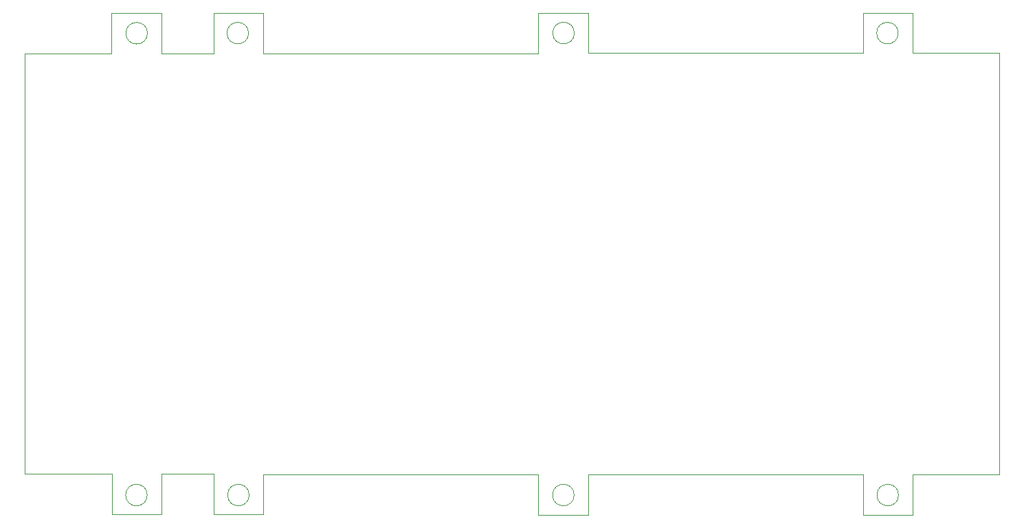
<source format=gbr>
G04 #@! TF.GenerationSoftware,KiCad,Pcbnew,5.1.5+dfsg1-2build2*
G04 #@! TF.CreationDate,2022-01-08T18:27:50+01:00*
G04 #@! TF.ProjectId,open_controler,6f70656e-5f63-46f6-9e74-726f6c65722e,rev?*
G04 #@! TF.SameCoordinates,Original*
G04 #@! TF.FileFunction,Profile,NP*
%FSLAX46Y46*%
G04 Gerber Fmt 4.6, Leading zero omitted, Abs format (unit mm)*
G04 Created by KiCad (PCBNEW 5.1.5+dfsg1-2build2) date 2022-01-08 18:27:50*
%MOMM*%
%LPD*%
G04 APERTURE LIST*
%ADD10C,0.050000*%
%ADD11C,0.100000*%
G04 APERTURE END LIST*
D10*
X176885601Y-111785400D02*
G75*
G03X176885601Y-111785400I-1329806J0D01*
G01*
X136915006Y-111785400D02*
G75*
G03X136915006Y-111785400I-1329806J0D01*
G01*
X96884606Y-111785400D02*
G75*
G03X96884606Y-111785400I-1329806J0D01*
G01*
X84328001Y-111785400D02*
G75*
G03X84328001Y-111785400I-1329806J0D01*
G01*
X176843806Y-54822205D02*
G75*
G03X176843806Y-54822205I-1329806J0D01*
G01*
X136940406Y-54813200D02*
G75*
G03X136940406Y-54813200I-1329806J0D01*
G01*
X96808406Y-54822205D02*
G75*
G03X96808406Y-54822205I-1329806J0D01*
G01*
X84353401Y-54838600D02*
G75*
G03X84353401Y-54838600I-1329806J0D01*
G01*
D11*
X86106000Y-52324000D02*
X86106000Y-57327800D01*
X79933800Y-52324000D02*
X86106000Y-52324000D01*
X79933800Y-57327800D02*
X79933800Y-52324000D01*
X69240400Y-57327800D02*
X79933800Y-57327800D01*
X69240400Y-109194600D02*
X69240400Y-57327800D01*
X79959200Y-109194600D02*
X69240400Y-109194600D01*
X79959200Y-114198400D02*
X79959200Y-109194600D01*
X86106000Y-114198400D02*
X79959200Y-114198400D01*
X86106000Y-109194600D02*
X86106000Y-114198400D01*
X92481400Y-109194600D02*
X86106000Y-109194600D01*
X92481400Y-114198400D02*
X92481400Y-109194600D01*
X98628200Y-114198400D02*
X92481400Y-114198400D01*
X98628200Y-109220000D02*
X98628200Y-114198400D01*
X132511800Y-109220000D02*
X98628200Y-109220000D01*
X132511800Y-114223800D02*
X132511800Y-109220000D01*
X138658600Y-114223800D02*
X132511800Y-114223800D01*
X138658600Y-109245400D02*
X138658600Y-114223800D01*
X172491400Y-109245400D02*
X138658600Y-109245400D01*
X172491400Y-114249200D02*
X172491400Y-109245400D01*
X178638200Y-114249200D02*
X172491400Y-114249200D01*
X178638200Y-109245400D02*
X178638200Y-114249200D01*
X189306200Y-109245400D02*
X178638200Y-109245400D01*
X189306200Y-57277000D02*
X189306200Y-109245400D01*
X178663600Y-57277000D02*
X189306200Y-57277000D01*
X178663600Y-52349400D02*
X178663600Y-57277000D01*
X172491400Y-52349400D02*
X178663600Y-52349400D01*
X172491400Y-57277000D02*
X172491400Y-52349400D01*
X138684000Y-57277000D02*
X172491400Y-57277000D01*
X138684000Y-52349400D02*
X138684000Y-57277000D01*
X132511800Y-52349400D02*
X138684000Y-52349400D01*
X132511800Y-57327800D02*
X132511800Y-52349400D01*
X98628200Y-57327800D02*
X132511800Y-57327800D01*
X98628200Y-52349400D02*
X98628200Y-57327800D01*
X92481400Y-52349400D02*
X98628200Y-52349400D01*
X92481400Y-57327800D02*
X92481400Y-52349400D01*
X86106000Y-57327800D02*
X92481400Y-57327800D01*
M02*

</source>
